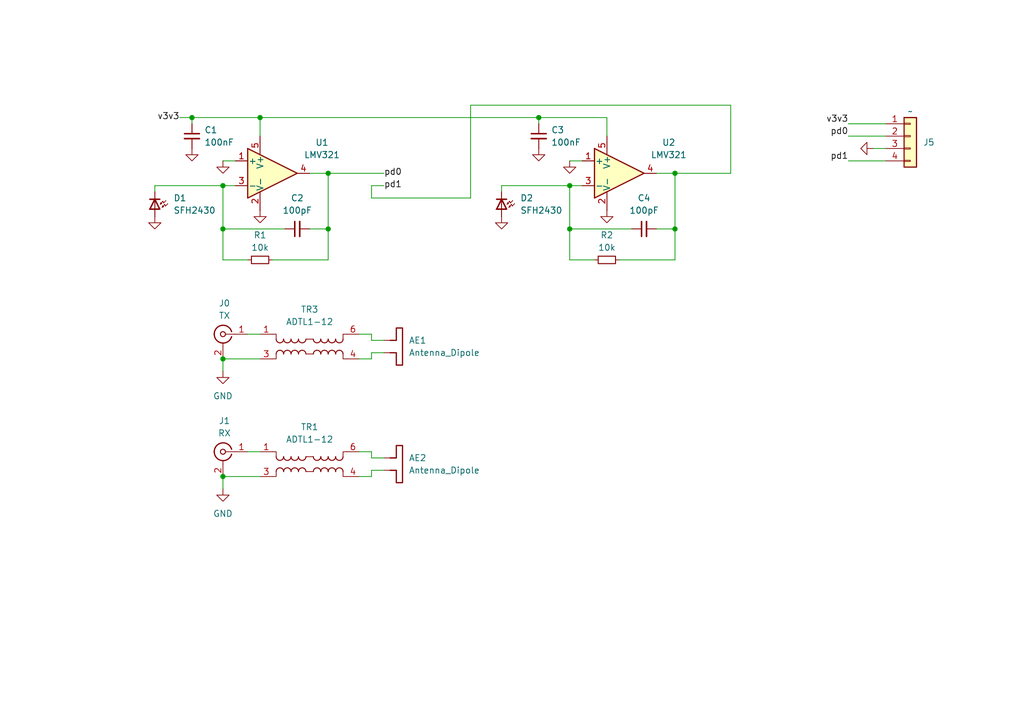
<source format=kicad_sch>
(kicad_sch
	(version 20250114)
	(generator "eeschema")
	(generator_version "9.0")
	(uuid "4629d199-00a9-4bdc-86a9-582bd2edf282")
	(paper "A5")
	(lib_symbols
		(symbol "Connector:Conn_Coaxial"
			(pin_names
				(offset 1.016)
				(hide yes)
			)
			(exclude_from_sim no)
			(in_bom yes)
			(on_board yes)
			(property "Reference" "J"
				(at 0.254 3.048 0)
				(effects
					(font
						(size 1.27 1.27)
					)
				)
			)
			(property "Value" "Conn_Coaxial"
				(at 2.921 0 90)
				(effects
					(font
						(size 1.27 1.27)
					)
				)
			)
			(property "Footprint" ""
				(at 0 0 0)
				(effects
					(font
						(size 1.27 1.27)
					)
					(hide yes)
				)
			)
			(property "Datasheet" "~"
				(at 0 0 0)
				(effects
					(font
						(size 1.27 1.27)
					)
					(hide yes)
				)
			)
			(property "Description" "coaxial connector (BNC, SMA, SMB, SMC, Cinch/RCA, LEMO, ...)"
				(at 0 0 0)
				(effects
					(font
						(size 1.27 1.27)
					)
					(hide yes)
				)
			)
			(property "ki_keywords" "BNC SMA SMB SMC LEMO coaxial connector CINCH RCA MCX MMCX U.FL UMRF"
				(at 0 0 0)
				(effects
					(font
						(size 1.27 1.27)
					)
					(hide yes)
				)
			)
			(property "ki_fp_filters" "*BNC* *SMA* *SMB* *SMC* *Cinch* *LEMO* *UMRF* *MCX* *U.FL*"
				(at 0 0 0)
				(effects
					(font
						(size 1.27 1.27)
					)
					(hide yes)
				)
			)
			(symbol "Conn_Coaxial_0_1"
				(polyline
					(pts
						(xy -2.54 0) (xy -0.508 0)
					)
					(stroke
						(width 0)
						(type default)
					)
					(fill
						(type none)
					)
				)
				(arc
					(start 1.778 0)
					(mid 0.222 -1.8079)
					(end -1.778 -0.508)
					(stroke
						(width 0.254)
						(type default)
					)
					(fill
						(type none)
					)
				)
				(arc
					(start -1.778 0.508)
					(mid 0.2221 1.8084)
					(end 1.778 0)
					(stroke
						(width 0.254)
						(type default)
					)
					(fill
						(type none)
					)
				)
				(circle
					(center 0 0)
					(radius 0.508)
					(stroke
						(width 0.2032)
						(type default)
					)
					(fill
						(type none)
					)
				)
				(polyline
					(pts
						(xy 0 -2.54) (xy 0 -1.778)
					)
					(stroke
						(width 0)
						(type default)
					)
					(fill
						(type none)
					)
				)
			)
			(symbol "Conn_Coaxial_1_1"
				(pin passive line
					(at -5.08 0 0)
					(length 2.54)
					(name "In"
						(effects
							(font
								(size 1.27 1.27)
							)
						)
					)
					(number "1"
						(effects
							(font
								(size 1.27 1.27)
							)
						)
					)
				)
				(pin passive line
					(at 0 -5.08 90)
					(length 2.54)
					(name "Ext"
						(effects
							(font
								(size 1.27 1.27)
							)
						)
					)
					(number "2"
						(effects
							(font
								(size 1.27 1.27)
							)
						)
					)
				)
			)
			(embedded_fonts no)
		)
		(symbol "Device:Antenna_Dipole"
			(pin_numbers
				(hide yes)
			)
			(pin_names
				(offset 1.016)
				(hide yes)
			)
			(exclude_from_sim no)
			(in_bom yes)
			(on_board yes)
			(property "Reference" "AE"
				(at 1.27 1.27 0)
				(effects
					(font
						(size 1.27 1.27)
					)
				)
			)
			(property "Value" "Antenna_Dipole"
				(at 1.27 0 0)
				(effects
					(font
						(size 1.27 1.27)
					)
				)
			)
			(property "Footprint" ""
				(at 0 0 0)
				(effects
					(font
						(size 1.27 1.27)
					)
					(hide yes)
				)
			)
			(property "Datasheet" "~"
				(at 0 0 0)
				(effects
					(font
						(size 1.27 1.27)
					)
					(hide yes)
				)
			)
			(property "Description" "Dipole antenna"
				(at 0 0 0)
				(effects
					(font
						(size 1.27 1.27)
					)
					(hide yes)
				)
			)
			(property "ki_keywords" "dipole antenna"
				(at 0 0 0)
				(effects
					(font
						(size 1.27 1.27)
					)
					(hide yes)
				)
			)
			(symbol "Antenna_Dipole_0_1"
				(polyline
					(pts
						(xy 2.54 -3.81) (xy 2.54 -2.54) (xy 5.08 -2.54) (xy 5.08 -1.27) (xy -2.54 -1.27) (xy -2.54 -2.54)
						(xy 0 -2.54) (xy 0 -3.81)
					)
					(stroke
						(width 0.254)
						(type default)
					)
					(fill
						(type none)
					)
				)
			)
			(symbol "Antenna_Dipole_1_1"
				(pin input line
					(at 0 -5.08 90)
					(length 2.54)
					(name "~"
						(effects
							(font
								(size 1.27 1.27)
							)
						)
					)
					(number "1"
						(effects
							(font
								(size 1.27 1.27)
							)
						)
					)
				)
				(pin input line
					(at 2.54 -5.08 90)
					(length 2.54)
					(name "~"
						(effects
							(font
								(size 1.27 1.27)
							)
						)
					)
					(number "2"
						(effects
							(font
								(size 1.27 1.27)
							)
						)
					)
				)
			)
			(embedded_fonts no)
		)
		(symbol "Transformer:ADTL1-12"
			(pin_names
				(hide yes)
			)
			(exclude_from_sim no)
			(in_bom yes)
			(on_board yes)
			(property "Reference" "TR"
				(at 0 3.81 0)
				(effects
					(font
						(size 1.27 1.27)
					)
				)
			)
			(property "Value" "ADTL1-12"
				(at 0 -3.81 0)
				(effects
					(font
						(size 1.27 1.27)
					)
				)
			)
			(property "Footprint" "RF_Mini-Circuits:Mini-Circuits_CD542_H2.84mm"
				(at 0 -6.35 0)
				(effects
					(font
						(size 1.27 1.27)
					)
					(hide yes)
				)
			)
			(property "Datasheet" "https://www.minicircuits.com/pdfs/ADTL1-12+.pdf"
				(at -3.81 0 90)
				(effects
					(font
						(size 1.27 1.27)
					)
					(hide yes)
				)
			)
			(property "Description" "20-1200MHz 1:1 RF Transformer, Balanced Transmission Line, CD542"
				(at 0 0 0)
				(effects
					(font
						(size 1.27 1.27)
					)
					(hide yes)
				)
			)
			(property "ki_keywords" "Mini-Circuits RF Transformer"
				(at 0 0 0)
				(effects
					(font
						(size 1.27 1.27)
					)
					(hide yes)
				)
			)
			(property "ki_fp_filters" "Mini?Circuits*CD542*"
				(at 0 0 0)
				(effects
					(font
						(size 1.27 1.27)
					)
					(hide yes)
				)
			)
			(symbol "ADTL1-12_0_1"
				(polyline
					(pts
						(xy -6.858 1.524) (xy -6.858 2.54) (xy -7.62 2.54)
					)
					(stroke
						(width 0)
						(type default)
					)
					(fill
						(type none)
					)
				)
				(polyline
					(pts
						(xy -6.858 -1.524) (xy -6.858 -2.54) (xy -7.62 -2.54)
					)
					(stroke
						(width 0)
						(type default)
					)
					(fill
						(type none)
					)
				)
				(arc
					(start -5.334 1.524)
					(mid -6.096 0.7653)
					(end -6.858 1.524)
					(stroke
						(width 0.2032)
						(type default)
					)
					(fill
						(type none)
					)
				)
				(arc
					(start -6.858 -1.524)
					(mid -6.096 -0.7653)
					(end -5.334 -1.524)
					(stroke
						(width 0.2032)
						(type default)
					)
					(fill
						(type none)
					)
				)
				(arc
					(start -3.81 1.524)
					(mid -4.572 0.7653)
					(end -5.334 1.524)
					(stroke
						(width 0.2032)
						(type default)
					)
					(fill
						(type none)
					)
				)
				(arc
					(start -5.334 -1.524)
					(mid -4.572 -0.7653)
					(end -3.81 -1.524)
					(stroke
						(width 0.2032)
						(type default)
					)
					(fill
						(type none)
					)
				)
				(arc
					(start -2.286 1.524)
					(mid -3.048 0.7653)
					(end -3.81 1.524)
					(stroke
						(width 0.2032)
						(type default)
					)
					(fill
						(type none)
					)
				)
				(arc
					(start -3.81 -1.524)
					(mid -3.048 -0.7653)
					(end -2.286 -1.524)
					(stroke
						(width 0.2032)
						(type default)
					)
					(fill
						(type none)
					)
				)
				(arc
					(start -0.762 1.524)
					(mid -1.524 0.7653)
					(end -2.286 1.524)
					(stroke
						(width 0.2032)
						(type default)
					)
					(fill
						(type none)
					)
				)
				(arc
					(start -2.286 -1.524)
					(mid -1.524 -0.7653)
					(end -0.762 -1.524)
					(stroke
						(width 0.2032)
						(type default)
					)
					(fill
						(type none)
					)
				)
				(polyline
					(pts
						(xy -0.762 1.524) (xy 0.762 1.524)
					)
					(stroke
						(width 0)
						(type default)
					)
					(fill
						(type none)
					)
				)
				(polyline
					(pts
						(xy -0.762 -1.524) (xy 0.762 -1.524)
					)
					(stroke
						(width 0)
						(type default)
					)
					(fill
						(type none)
					)
				)
				(arc
					(start 2.286 1.524)
					(mid 1.524 0.7653)
					(end 0.762 1.524)
					(stroke
						(width 0.2032)
						(type default)
					)
					(fill
						(type none)
					)
				)
				(arc
					(start 0.762 -1.524)
					(mid 1.524 -0.7653)
					(end 2.286 -1.524)
					(stroke
						(width 0.2032)
						(type default)
					)
					(fill
						(type none)
					)
				)
				(arc
					(start 3.81 1.524)
					(mid 3.048 0.7653)
					(end 2.286 1.524)
					(stroke
						(width 0.2032)
						(type default)
					)
					(fill
						(type none)
					)
				)
				(arc
					(start 2.286 -1.524)
					(mid 3.048 -0.7653)
					(end 3.81 -1.524)
					(stroke
						(width 0.2032)
						(type default)
					)
					(fill
						(type none)
					)
				)
				(arc
					(start 5.334 1.524)
					(mid 4.572 0.7653)
					(end 3.81 1.524)
					(stroke
						(width 0.2032)
						(type default)
					)
					(fill
						(type none)
					)
				)
				(arc
					(start 3.81 -1.524)
					(mid 4.572 -0.7653)
					(end 5.334 -1.524)
					(stroke
						(width 0.2032)
						(type default)
					)
					(fill
						(type none)
					)
				)
				(arc
					(start 6.858 1.524)
					(mid 6.096 0.7653)
					(end 5.334 1.524)
					(stroke
						(width 0.2032)
						(type default)
					)
					(fill
						(type none)
					)
				)
				(arc
					(start 5.334 -1.524)
					(mid 6.096 -0.7653)
					(end 6.858 -1.524)
					(stroke
						(width 0.2032)
						(type default)
					)
					(fill
						(type none)
					)
				)
				(polyline
					(pts
						(xy 6.858 1.524) (xy 6.858 2.54) (xy 7.62 2.54)
					)
					(stroke
						(width 0)
						(type default)
					)
					(fill
						(type none)
					)
				)
				(polyline
					(pts
						(xy 6.858 -1.524) (xy 6.858 -2.54) (xy 7.62 -2.54)
					)
					(stroke
						(width 0)
						(type default)
					)
					(fill
						(type none)
					)
				)
			)
			(symbol "ADTL1-12_1_1"
				(pin passive line
					(at -10.16 2.54 0)
					(length 2.54)
					(name "~"
						(effects
							(font
								(size 1.27 1.27)
							)
						)
					)
					(number "1"
						(effects
							(font
								(size 1.27 1.27)
							)
						)
					)
				)
				(pin passive line
					(at -10.16 -2.54 0)
					(length 2.54)
					(name "~"
						(effects
							(font
								(size 1.27 1.27)
							)
						)
					)
					(number "3"
						(effects
							(font
								(size 1.27 1.27)
							)
						)
					)
				)
				(pin passive line
					(at 10.16 2.54 180)
					(length 2.54)
					(name "~"
						(effects
							(font
								(size 1.27 1.27)
							)
						)
					)
					(number "6"
						(effects
							(font
								(size 1.27 1.27)
							)
						)
					)
				)
				(pin passive line
					(at 10.16 -2.54 180)
					(length 2.54)
					(name "~"
						(effects
							(font
								(size 1.27 1.27)
							)
						)
					)
					(number "4"
						(effects
							(font
								(size 1.27 1.27)
							)
						)
					)
				)
			)
			(embedded_fonts no)
		)
		(symbol "power:GND"
			(power)
			(pin_numbers
				(hide yes)
			)
			(pin_names
				(offset 0)
				(hide yes)
			)
			(exclude_from_sim no)
			(in_bom yes)
			(on_board yes)
			(property "Reference" "#PWR"
				(at 0 -6.35 0)
				(effects
					(font
						(size 1.27 1.27)
					)
					(hide yes)
				)
			)
			(property "Value" "GND"
				(at 0 -3.81 0)
				(effects
					(font
						(size 1.27 1.27)
					)
				)
			)
			(property "Footprint" ""
				(at 0 0 0)
				(effects
					(font
						(size 1.27 1.27)
					)
					(hide yes)
				)
			)
			(property "Datasheet" ""
				(at 0 0 0)
				(effects
					(font
						(size 1.27 1.27)
					)
					(hide yes)
				)
			)
			(property "Description" "Power symbol creates a global label with name \"GND\" , ground"
				(at 0 0 0)
				(effects
					(font
						(size 1.27 1.27)
					)
					(hide yes)
				)
			)
			(property "ki_keywords" "global power"
				(at 0 0 0)
				(effects
					(font
						(size 1.27 1.27)
					)
					(hide yes)
				)
			)
			(symbol "GND_0_1"
				(polyline
					(pts
						(xy 0 0) (xy 0 -1.27) (xy 1.27 -1.27) (xy 0 -2.54) (xy -1.27 -1.27) (xy 0 -1.27)
					)
					(stroke
						(width 0)
						(type default)
					)
					(fill
						(type none)
					)
				)
			)
			(symbol "GND_1_1"
				(pin power_in line
					(at 0 0 270)
					(length 0)
					(name "~"
						(effects
							(font
								(size 1.27 1.27)
							)
						)
					)
					(number "1"
						(effects
							(font
								(size 1.27 1.27)
							)
						)
					)
				)
			)
			(embedded_fonts no)
		)
		(symbol "yume:.c"
			(pin_numbers
				(hide yes)
			)
			(pin_names
				(offset 0.254)
				(hide yes)
			)
			(exclude_from_sim no)
			(in_bom yes)
			(on_board yes)
			(property "Reference" "C"
				(at 0.254 1.778 0)
				(effects
					(font
						(size 1.27 1.27)
					)
					(justify left)
				)
			)
			(property "Value" ".c"
				(at 0.254 -2.032 0)
				(effects
					(font
						(size 1.27 1.27)
					)
					(justify left)
				)
			)
			(property "Footprint" "yume:Yu-C-0402-mil"
				(at 0 0 0)
				(effects
					(font
						(size 1.27 1.27)
					)
					(hide yes)
				)
			)
			(property "Datasheet" "~"
				(at 0 0 0)
				(effects
					(font
						(size 1.27 1.27)
					)
					(hide yes)
				)
			)
			(property "Description" "Unpolarized capacitor, small symbol"
				(at 0 0 0)
				(effects
					(font
						(size 1.27 1.27)
					)
					(hide yes)
				)
			)
			(property "ki_keywords" "capacitor cap"
				(at 0 0 0)
				(effects
					(font
						(size 1.27 1.27)
					)
					(hide yes)
				)
			)
			(property "ki_fp_filters" "C_*"
				(at 0 0 0)
				(effects
					(font
						(size 1.27 1.27)
					)
					(hide yes)
				)
			)
			(symbol ".c_0_1"
				(polyline
					(pts
						(xy -1.524 0.508) (xy 1.524 0.508)
					)
					(stroke
						(width 0.3048)
						(type default)
					)
					(fill
						(type none)
					)
				)
				(polyline
					(pts
						(xy -1.524 -0.508) (xy 1.524 -0.508)
					)
					(stroke
						(width 0.3302)
						(type default)
					)
					(fill
						(type none)
					)
				)
			)
			(symbol ".c_1_1"
				(pin passive line
					(at 0 2.54 270)
					(length 2.032)
					(name "~"
						(effects
							(font
								(size 1.27 1.27)
							)
						)
					)
					(number "1"
						(effects
							(font
								(size 1.27 1.27)
							)
						)
					)
				)
				(pin passive line
					(at 0 -2.54 90)
					(length 2.032)
					(name "~"
						(effects
							(font
								(size 1.27 1.27)
							)
						)
					)
					(number "2"
						(effects
							(font
								(size 1.27 1.27)
							)
						)
					)
				)
			)
			(embedded_fonts no)
		)
		(symbol "yume:.d-photo"
			(pin_numbers
				(hide yes)
			)
			(pin_names
				(hide yes)
			)
			(exclude_from_sim no)
			(in_bom yes)
			(on_board yes)
			(property "Reference" "D"
				(at 0 10.16 0)
				(effects
					(font
						(size 1.27 1.27)
					)
				)
			)
			(property "Value" ".d-photo"
				(at 0 7.62 0)
				(effects
					(font
						(size 1.27 1.27)
					)
				)
			)
			(property "Footprint" "yume:Yu-D-PD-Osram-SFH2430"
				(at 0 5.08 0)
				(effects
					(font
						(size 1.27 1.27)
					)
					(hide yes)
				)
			)
			(property "Datasheet" ""
				(at 0 0 0)
				(effects
					(font
						(size 1.27 1.27)
					)
					(hide yes)
				)
			)
			(property "Description" "Photodiode"
				(at 0 0 0)
				(effects
					(font
						(size 1.27 1.27)
					)
					(hide yes)
				)
			)
			(property "ki_fp_filters" "D*SMA*"
				(at 0 0 0)
				(effects
					(font
						(size 1.27 1.27)
					)
					(hide yes)
				)
			)
			(symbol ".d-photo_0_1"
				(polyline
					(pts
						(xy -0.762 2.286) (xy -0.2414 1.7989) (xy -0.635 1.651) (xy 0 1.143)
					)
					(stroke
						(width 0)
						(type default)
					)
					(fill
						(type none)
					)
				)
				(polyline
					(pts
						(xy -0.127 2.667) (xy 0.3949 2.1785) (xy 0 2.032) (xy 0.635 1.524)
					)
					(stroke
						(width 0)
						(type default)
					)
					(fill
						(type none)
					)
				)
			)
			(symbol ".d-photo_1_1"
				(polyline
					(pts
						(xy -1.016 1.016) (xy -1.016 -1.016)
					)
					(stroke
						(width 0.3)
						(type default)
					)
					(fill
						(type none)
					)
				)
				(polyline
					(pts
						(xy 0 1.143) (xy -0.3216 1.212) (xy -0.1206 1.4291) (xy 0 1.143)
					)
					(stroke
						(width 0)
						(type default)
					)
					(fill
						(type outline)
					)
				)
				(polyline
					(pts
						(xy 0.635 1.524) (xy 0.3134 1.593) (xy 0.5144 1.8101) (xy 0.635 1.524)
					)
					(stroke
						(width 0)
						(type default)
					)
					(fill
						(type outline)
					)
				)
				(polyline
					(pts
						(xy 1.016 -1.016) (xy 1.016 1.016) (xy -1.016 0) (xy 1.016 -1.016)
					)
					(stroke
						(width 0.3)
						(type default)
					)
					(fill
						(type none)
					)
				)
				(pin passive line
					(at -2.54 0 0)
					(length 2.54)
					(name "K"
						(effects
							(font
								(size 1.27 1.27)
							)
						)
					)
					(number "1"
						(effects
							(font
								(size 1.27 1.27)
							)
						)
					)
				)
				(pin passive line
					(at 2.54 0 180)
					(length 2.54)
					(name "A"
						(effects
							(font
								(size 1.27 1.27)
							)
						)
					)
					(number "2"
						(effects
							(font
								(size 1.27 1.27)
							)
						)
					)
				)
			)
			(embedded_fonts no)
		)
		(symbol "yume:.r"
			(pin_numbers
				(hide yes)
			)
			(pin_names
				(offset 0.254)
				(hide yes)
			)
			(exclude_from_sim no)
			(in_bom yes)
			(on_board yes)
			(property "Reference" "R"
				(at 0.762 0.508 0)
				(effects
					(font
						(size 1.27 1.27)
					)
					(justify left)
				)
			)
			(property "Value" ".r"
				(at 0.762 -1.016 0)
				(effects
					(font
						(size 1.27 1.27)
					)
					(justify left)
				)
			)
			(property "Footprint" "yume:Yu-R-0402-mil"
				(at 0 0 0)
				(effects
					(font
						(size 1.27 1.27)
					)
					(hide yes)
				)
			)
			(property "Datasheet" "~"
				(at 0 0 0)
				(effects
					(font
						(size 1.27 1.27)
					)
					(hide yes)
				)
			)
			(property "Description" "Resistor, small symbol"
				(at 0 0 0)
				(effects
					(font
						(size 1.27 1.27)
					)
					(hide yes)
				)
			)
			(property "ki_keywords" "R resistor"
				(at 0 0 0)
				(effects
					(font
						(size 1.27 1.27)
					)
					(hide yes)
				)
			)
			(property "ki_fp_filters" "R_*"
				(at 0 0 0)
				(effects
					(font
						(size 1.27 1.27)
					)
					(hide yes)
				)
			)
			(symbol ".r_0_1"
				(rectangle
					(start -0.762 1.778)
					(end 0.762 -1.778)
					(stroke
						(width 0.2032)
						(type default)
					)
					(fill
						(type none)
					)
				)
			)
			(symbol ".r_1_1"
				(pin passive line
					(at 0 2.54 270)
					(length 0.762)
					(name "~"
						(effects
							(font
								(size 1.27 1.27)
							)
						)
					)
					(number "1"
						(effects
							(font
								(size 1.27 1.27)
							)
						)
					)
				)
				(pin passive line
					(at 0 -2.54 90)
					(length 0.762)
					(name "~"
						(effects
							(font
								(size 1.27 1.27)
							)
						)
					)
					(number "2"
						(effects
							(font
								(size 1.27 1.27)
							)
						)
					)
				)
			)
			(embedded_fonts no)
		)
		(symbol "yume:Conn_01x04"
			(pin_names
				(offset 1.016)
				(hide yes)
			)
			(exclude_from_sim no)
			(in_bom yes)
			(on_board yes)
			(property "Reference" "J"
				(at 1.27 1.27 0)
				(effects
					(font
						(size 1.27 1.27)
					)
				)
			)
			(property "Value" ""
				(at 3.81 0 0)
				(effects
					(font
						(size 1.27 1.27)
					)
					(justify left)
				)
			)
			(property "Footprint" ""
				(at 1.27 -11.43 0)
				(effects
					(font
						(size 1.27 1.27)
					)
					(hide yes)
				)
			)
			(property "Datasheet" "~"
				(at 0 2.54 0)
				(effects
					(font
						(size 1.27 1.27)
					)
					(hide yes)
				)
			)
			(property "Description" ""
				(at 1.27 -11.43 0)
				(effects
					(font
						(size 1.27 1.27)
					)
					(hide yes)
				)
			)
			(property "ki_keywords" "connector"
				(at 0 0 0)
				(effects
					(font
						(size 1.27 1.27)
					)
					(hide yes)
				)
			)
			(property "ki_fp_filters" "Connector*:*_1x??-1MP*"
				(at 0 0 0)
				(effects
					(font
						(size 1.27 1.27)
					)
					(hide yes)
				)
			)
			(symbol "Conn_01x04_1_1"
				(rectangle
					(start 0 0)
					(end 2.54 -10.16)
					(stroke
						(width 0.254)
						(type default)
					)
					(fill
						(type background)
					)
				)
				(rectangle
					(start 0 -1.143)
					(end 1.27 -1.397)
					(stroke
						(width 0.1524)
						(type default)
					)
					(fill
						(type none)
					)
				)
				(rectangle
					(start 0 -3.683)
					(end 1.27 -3.937)
					(stroke
						(width 0.1524)
						(type default)
					)
					(fill
						(type none)
					)
				)
				(rectangle
					(start 0 -6.223)
					(end 1.27 -6.477)
					(stroke
						(width 0.1524)
						(type default)
					)
					(fill
						(type none)
					)
				)
				(rectangle
					(start 0 -8.763)
					(end 1.27 -9.017)
					(stroke
						(width 0.1524)
						(type default)
					)
					(fill
						(type none)
					)
				)
				(pin passive line
					(at -3.81 -1.27 0)
					(length 3.81)
					(name "Pin_1"
						(effects
							(font
								(size 1.27 1.27)
							)
						)
					)
					(number "1"
						(effects
							(font
								(size 1.27 1.27)
							)
						)
					)
				)
				(pin passive line
					(at -3.81 -3.81 0)
					(length 3.81)
					(name "Pin_2"
						(effects
							(font
								(size 1.27 1.27)
							)
						)
					)
					(number "2"
						(effects
							(font
								(size 1.27 1.27)
							)
						)
					)
				)
				(pin passive line
					(at -3.81 -6.35 0)
					(length 3.81)
					(name "Pin_3"
						(effects
							(font
								(size 1.27 1.27)
							)
						)
					)
					(number "3"
						(effects
							(font
								(size 1.27 1.27)
							)
						)
					)
				)
				(pin passive line
					(at -3.81 -8.89 0)
					(length 3.81)
					(name "Pin_4"
						(effects
							(font
								(size 1.27 1.27)
							)
						)
					)
					(number "4"
						(effects
							(font
								(size 1.27 1.27)
							)
						)
					)
				)
			)
			(embedded_fonts no)
		)
		(symbol "yume:GND"
			(power)
			(pin_numbers
				(hide yes)
			)
			(pin_names
				(offset 0)
				(hide yes)
			)
			(exclude_from_sim no)
			(in_bom yes)
			(on_board yes)
			(property "Reference" "#PWR"
				(at 0 -6.35 0)
				(effects
					(font
						(size 1.27 1.27)
					)
					(hide yes)
				)
			)
			(property "Value" "GND"
				(at 0 -3.81 0)
				(effects
					(font
						(size 1.27 1.27)
					)
				)
			)
			(property "Footprint" ""
				(at 0 0 0)
				(effects
					(font
						(size 1.27 1.27)
					)
					(hide yes)
				)
			)
			(property "Datasheet" ""
				(at 0 0 0)
				(effects
					(font
						(size 1.27 1.27)
					)
					(hide yes)
				)
			)
			(property "Description" "Power symbol creates a global label with name \"GND\" , ground"
				(at 0 0 0)
				(effects
					(font
						(size 1.27 1.27)
					)
					(hide yes)
				)
			)
			(property "ki_keywords" "global power"
				(at 0 0 0)
				(effects
					(font
						(size 1.27 1.27)
					)
					(hide yes)
				)
			)
			(symbol "GND_0_1"
				(polyline
					(pts
						(xy 0 0) (xy 0 -1.27) (xy 1.27 -1.27) (xy 0 -2.54) (xy -1.27 -1.27) (xy 0 -1.27)
					)
					(stroke
						(width 0)
						(type default)
					)
					(fill
						(type none)
					)
				)
			)
			(symbol "GND_1_1"
				(pin power_in line
					(at 0 0 270)
					(length 0)
					(name "~"
						(effects
							(font
								(size 1.27 1.27)
							)
						)
					)
					(number "1"
						(effects
							(font
								(size 1.27 1.27)
							)
						)
					)
				)
			)
			(embedded_fonts no)
		)
		(symbol "yume:LMV321"
			(pin_names
				(offset 0.127)
			)
			(exclude_from_sim no)
			(in_bom yes)
			(on_board yes)
			(property "Reference" "U"
				(at 0 5.08 0)
				(effects
					(font
						(size 1.27 1.27)
					)
					(justify left)
				)
			)
			(property "Value" "LMV321"
				(at 0 -5.08 0)
				(effects
					(font
						(size 1.27 1.27)
					)
					(justify left)
				)
			)
			(property "Footprint" "yume:Yu-SOT-23-5"
				(at 0 0 0)
				(effects
					(font
						(size 1.27 1.27)
					)
					(justify left)
					(hide yes)
				)
			)
			(property "Datasheet" "http://www.ti.com/lit/ds/symlink/lmv324.pdf"
				(at 0 0 0)
				(effects
					(font
						(size 1.27 1.27)
					)
					(hide yes)
				)
			)
			(property "Description" "Opamp, 5V, RRO"
				(at 0 0 0)
				(effects
					(font
						(size 1.27 1.27)
					)
					(hide yes)
				)
			)
			(property "ki_keywords" "single opamp"
				(at 0 0 0)
				(effects
					(font
						(size 1.27 1.27)
					)
					(hide yes)
				)
			)
			(property "ki_fp_filters" "SOT?23* *SC*70*"
				(at 0 0 0)
				(effects
					(font
						(size 1.27 1.27)
					)
					(hide yes)
				)
			)
			(symbol "LMV321_0_1"
				(polyline
					(pts
						(xy -5.08 5.08) (xy 5.08 0) (xy -5.08 -5.08) (xy -5.08 5.08)
					)
					(stroke
						(width 0.254)
						(type default)
					)
					(fill
						(type background)
					)
				)
				(pin power_in line
					(at -2.54 7.62 270)
					(length 3.81)
					(name "V+"
						(effects
							(font
								(size 1.27 1.27)
							)
						)
					)
					(number "5"
						(effects
							(font
								(size 1.27 1.27)
							)
						)
					)
				)
				(pin power_in line
					(at -2.54 -7.62 90)
					(length 3.81)
					(name "V-"
						(effects
							(font
								(size 1.27 1.27)
							)
						)
					)
					(number "2"
						(effects
							(font
								(size 1.27 1.27)
							)
						)
					)
				)
			)
			(symbol "LMV321_1_1"
				(pin input line
					(at -7.62 2.54 0)
					(length 2.54)
					(name "+"
						(effects
							(font
								(size 1.27 1.27)
							)
						)
					)
					(number "1"
						(effects
							(font
								(size 1.27 1.27)
							)
						)
					)
				)
				(pin input line
					(at -7.62 -2.54 0)
					(length 2.54)
					(name "-"
						(effects
							(font
								(size 1.27 1.27)
							)
						)
					)
					(number "3"
						(effects
							(font
								(size 1.27 1.27)
							)
						)
					)
				)
				(pin output line
					(at 7.62 0 180)
					(length 2.54)
					(name "~"
						(effects
							(font
								(size 1.27 1.27)
							)
						)
					)
					(number "4"
						(effects
							(font
								(size 1.27 1.27)
							)
						)
					)
				)
			)
			(embedded_fonts no)
		)
	)
	(junction
		(at 110.49 24.13)
		(diameter 0)
		(color 0 0 0 0)
		(uuid "0865811b-2f89-4e8c-bc21-d576078a5829")
	)
	(junction
		(at 53.34 24.13)
		(diameter 0)
		(color 0 0 0 0)
		(uuid "3f9e0fff-f55b-472c-9846-aa51a05fea3e")
	)
	(junction
		(at 45.72 46.99)
		(diameter 0)
		(color 0 0 0 0)
		(uuid "562f76da-028d-4bb1-aa3d-321a90c0cf8a")
	)
	(junction
		(at 45.72 38.1)
		(diameter 0)
		(color 0 0 0 0)
		(uuid "74faf695-79ce-4d6c-a6e6-b8edee75d4d9")
	)
	(junction
		(at 67.31 35.56)
		(diameter 0)
		(color 0 0 0 0)
		(uuid "89400bb6-5a6e-4340-8423-baed9f0efdbc")
	)
	(junction
		(at 45.72 97.79)
		(diameter 0)
		(color 0 0 0 0)
		(uuid "9053e5cd-88c2-41e8-9f39-e2b82f51e1dd")
	)
	(junction
		(at 45.72 73.66)
		(diameter 0)
		(color 0 0 0 0)
		(uuid "93539f11-fa9e-4301-8cdd-ecca51f9219c")
	)
	(junction
		(at 138.43 46.99)
		(diameter 0)
		(color 0 0 0 0)
		(uuid "b5b45663-722b-42e1-bac5-2adef0866fd1")
	)
	(junction
		(at 116.84 46.99)
		(diameter 0)
		(color 0 0 0 0)
		(uuid "bcd8e8cb-def2-4f06-9837-daafaac17fa5")
	)
	(junction
		(at 39.37 24.13)
		(diameter 0)
		(color 0 0 0 0)
		(uuid "d5d62fe1-87ba-4e97-be21-3b7cff5a7d0e")
	)
	(junction
		(at 67.31 46.99)
		(diameter 0)
		(color 0 0 0 0)
		(uuid "dbd6058f-c13f-41d6-8ac8-42b2311bc5ab")
	)
	(junction
		(at 116.84 38.1)
		(diameter 0)
		(color 0 0 0 0)
		(uuid "e380b04d-b61c-4e6f-a9b5-eec9a07662d9")
	)
	(junction
		(at 138.43 35.56)
		(diameter 0)
		(color 0 0 0 0)
		(uuid "f6d90460-24bd-4c46-9685-6fa6da9f29cf")
	)
	(wire
		(pts
			(xy 76.2 69.85) (xy 78.74 69.85)
		)
		(stroke
			(width 0)
			(type default)
		)
		(uuid "0661e2dc-b3b5-4975-b59a-114328cccb20")
	)
	(wire
		(pts
			(xy 76.2 38.1) (xy 78.74 38.1)
		)
		(stroke
			(width 0)
			(type default)
		)
		(uuid "071ba7f3-c078-4dc7-bb70-b53f85d392b9")
	)
	(wire
		(pts
			(xy 45.72 33.02) (xy 48.26 33.02)
		)
		(stroke
			(width 0)
			(type default)
		)
		(uuid "097ffdd7-751e-4bdb-8edb-4a1ccabce19a")
	)
	(wire
		(pts
			(xy 39.37 25.4) (xy 39.37 24.13)
		)
		(stroke
			(width 0)
			(type default)
		)
		(uuid "0ea9b6cd-79b1-478e-ac6c-68df398448a4")
	)
	(wire
		(pts
			(xy 149.86 21.59) (xy 96.52 21.59)
		)
		(stroke
			(width 0)
			(type default)
		)
		(uuid "14401d2a-f023-4c27-b235-ddd466700241")
	)
	(wire
		(pts
			(xy 124.46 24.13) (xy 124.46 27.94)
		)
		(stroke
			(width 0)
			(type default)
		)
		(uuid "1b8926d0-00de-4fbf-862d-cecc858b4560")
	)
	(wire
		(pts
			(xy 39.37 24.13) (xy 53.34 24.13)
		)
		(stroke
			(width 0)
			(type default)
		)
		(uuid "24d7221d-a8c5-45df-af8b-95e644e6185a")
	)
	(wire
		(pts
			(xy 116.84 33.02) (xy 119.38 33.02)
		)
		(stroke
			(width 0)
			(type default)
		)
		(uuid "27e99aa5-4c03-4c07-9eb2-5dfa6817b77d")
	)
	(wire
		(pts
			(xy 96.52 40.64) (xy 76.2 40.64)
		)
		(stroke
			(width 0)
			(type default)
		)
		(uuid "281d9ee9-e848-4a8c-9b2f-98a96d8ed7a0")
	)
	(wire
		(pts
			(xy 76.2 72.39) (xy 78.74 72.39)
		)
		(stroke
			(width 0)
			(type default)
		)
		(uuid "2b031e96-c590-4fc4-bd05-756166ecaae4")
	)
	(wire
		(pts
			(xy 45.72 73.66) (xy 53.34 73.66)
		)
		(stroke
			(width 0)
			(type default)
		)
		(uuid "2c7d6323-d683-4fe3-bcdf-96838f826791")
	)
	(wire
		(pts
			(xy 76.2 96.52) (xy 78.74 96.52)
		)
		(stroke
			(width 0)
			(type default)
		)
		(uuid "2d7c57c6-d0ca-4717-ae87-22ab3e073de4")
	)
	(wire
		(pts
			(xy 138.43 46.99) (xy 138.43 53.34)
		)
		(stroke
			(width 0)
			(type default)
		)
		(uuid "329f5996-3736-4230-b4b4-a28d571d7aec")
	)
	(wire
		(pts
			(xy 31.75 38.1) (xy 31.75 39.37)
		)
		(stroke
			(width 0)
			(type default)
		)
		(uuid "38591697-921e-4392-9f2a-e3e6b3352b70")
	)
	(wire
		(pts
			(xy 53.34 24.13) (xy 110.49 24.13)
		)
		(stroke
			(width 0)
			(type default)
		)
		(uuid "39df3e45-06bb-4603-863c-3fd4949ab331")
	)
	(wire
		(pts
			(xy 179.07 30.48) (xy 181.61 30.48)
		)
		(stroke
			(width 0)
			(type default)
		)
		(uuid "3bbae678-8518-426d-94eb-4c7d61abecc9")
	)
	(wire
		(pts
			(xy 45.72 38.1) (xy 45.72 46.99)
		)
		(stroke
			(width 0)
			(type default)
		)
		(uuid "409eddc2-054b-4148-a80e-f7e73648eb8c")
	)
	(wire
		(pts
			(xy 110.49 25.4) (xy 110.49 24.13)
		)
		(stroke
			(width 0)
			(type default)
		)
		(uuid "4a141c8e-def6-44bc-bbf8-c765a1e06505")
	)
	(wire
		(pts
			(xy 116.84 46.99) (xy 116.84 53.34)
		)
		(stroke
			(width 0)
			(type default)
		)
		(uuid "4accaaa1-9034-4134-9179-67b36b5bf4bc")
	)
	(wire
		(pts
			(xy 50.8 92.71) (xy 53.34 92.71)
		)
		(stroke
			(width 0)
			(type default)
		)
		(uuid "4e9f7136-b252-43a3-b2b4-d4578f6d9bdf")
	)
	(wire
		(pts
			(xy 45.72 100.33) (xy 45.72 97.79)
		)
		(stroke
			(width 0)
			(type default)
		)
		(uuid "53bb5d6a-9fce-454d-8e35-9ef4a6648ca6")
	)
	(wire
		(pts
			(xy 73.66 97.79) (xy 76.2 97.79)
		)
		(stroke
			(width 0)
			(type default)
		)
		(uuid "5f192fda-af27-4ffa-84c7-5c88c4ff0344")
	)
	(wire
		(pts
			(xy 45.72 38.1) (xy 48.26 38.1)
		)
		(stroke
			(width 0)
			(type default)
		)
		(uuid "5fa71e56-42cd-4d1c-9dca-594d0ef5e8ee")
	)
	(wire
		(pts
			(xy 149.86 35.56) (xy 149.86 21.59)
		)
		(stroke
			(width 0)
			(type default)
		)
		(uuid "650c8bd6-e1ed-4fac-a1d3-45c8e7113ba2")
	)
	(wire
		(pts
			(xy 67.31 35.56) (xy 63.5 35.56)
		)
		(stroke
			(width 0)
			(type default)
		)
		(uuid "66235f2f-5977-4e9c-8a08-0f1ea0ad1686")
	)
	(wire
		(pts
			(xy 96.52 21.59) (xy 96.52 40.64)
		)
		(stroke
			(width 0)
			(type default)
		)
		(uuid "664b5101-6d30-4a68-a877-dc24943dfc97")
	)
	(wire
		(pts
			(xy 76.2 68.58) (xy 76.2 69.85)
		)
		(stroke
			(width 0)
			(type default)
		)
		(uuid "7468a7f0-76a4-468d-a996-8a819ef24339")
	)
	(wire
		(pts
			(xy 31.75 38.1) (xy 45.72 38.1)
		)
		(stroke
			(width 0)
			(type default)
		)
		(uuid "7a50863f-e3b0-46d7-ac84-efd2d93fd5fd")
	)
	(wire
		(pts
			(xy 76.2 40.64) (xy 76.2 38.1)
		)
		(stroke
			(width 0)
			(type default)
		)
		(uuid "8216a062-b280-424b-b4f1-956f8d643e8a")
	)
	(wire
		(pts
			(xy 45.72 97.79) (xy 53.34 97.79)
		)
		(stroke
			(width 0)
			(type default)
		)
		(uuid "87766b05-b024-44a7-9852-87237692ff76")
	)
	(wire
		(pts
			(xy 58.42 46.99) (xy 45.72 46.99)
		)
		(stroke
			(width 0)
			(type default)
		)
		(uuid "8822c1af-8794-4b72-8f82-892d275e402b")
	)
	(wire
		(pts
			(xy 73.66 68.58) (xy 76.2 68.58)
		)
		(stroke
			(width 0)
			(type default)
		)
		(uuid "8c5d3e1c-c229-4997-b594-800594ebda93")
	)
	(wire
		(pts
			(xy 36.83 24.13) (xy 39.37 24.13)
		)
		(stroke
			(width 0)
			(type default)
		)
		(uuid "8eccba4a-e845-48b2-a88a-8f8f191b28ab")
	)
	(wire
		(pts
			(xy 121.92 53.34) (xy 116.84 53.34)
		)
		(stroke
			(width 0)
			(type default)
		)
		(uuid "906186d8-767a-4951-a6d0-047c5ddf1986")
	)
	(wire
		(pts
			(xy 102.87 38.1) (xy 102.87 39.37)
		)
		(stroke
			(width 0)
			(type default)
		)
		(uuid "97582b2e-142a-4cd8-8142-0583721dbee4")
	)
	(wire
		(pts
			(xy 102.87 38.1) (xy 116.84 38.1)
		)
		(stroke
			(width 0)
			(type default)
		)
		(uuid "97dee304-3af6-4083-845c-df3680641281")
	)
	(wire
		(pts
			(xy 134.62 46.99) (xy 138.43 46.99)
		)
		(stroke
			(width 0)
			(type default)
		)
		(uuid "9bf71d65-4fd2-4e57-bfff-493d0fdc77e3")
	)
	(wire
		(pts
			(xy 73.66 73.66) (xy 76.2 73.66)
		)
		(stroke
			(width 0)
			(type default)
		)
		(uuid "9cf576cc-ffee-4728-8295-d1ab439b6f56")
	)
	(wire
		(pts
			(xy 67.31 46.99) (xy 67.31 53.34)
		)
		(stroke
			(width 0)
			(type default)
		)
		(uuid "9db601ba-4d2f-49c0-b6ee-07401bae9224")
	)
	(wire
		(pts
			(xy 53.34 24.13) (xy 53.34 27.94)
		)
		(stroke
			(width 0)
			(type default)
		)
		(uuid "a36bacab-b147-4102-92fe-5ef3e50cb8b4")
	)
	(wire
		(pts
			(xy 45.72 76.2) (xy 45.72 73.66)
		)
		(stroke
			(width 0)
			(type default)
		)
		(uuid "a5c86f19-83f1-4299-9744-47d1b6ffdf25")
	)
	(wire
		(pts
			(xy 50.8 68.58) (xy 53.34 68.58)
		)
		(stroke
			(width 0)
			(type default)
		)
		(uuid "a675b39c-c12f-46d9-b333-e38e14a1ef01")
	)
	(wire
		(pts
			(xy 138.43 35.56) (xy 134.62 35.56)
		)
		(stroke
			(width 0)
			(type default)
		)
		(uuid "a743ee71-65c2-4e88-a684-d8d3a9adf6f1")
	)
	(wire
		(pts
			(xy 138.43 35.56) (xy 138.43 46.99)
		)
		(stroke
			(width 0)
			(type default)
		)
		(uuid "a948654b-30e0-4463-b6d1-d9394d356520")
	)
	(wire
		(pts
			(xy 55.88 53.34) (xy 67.31 53.34)
		)
		(stroke
			(width 0)
			(type default)
		)
		(uuid "aaef4c98-a27b-402d-bd6c-c213c0c73813")
	)
	(wire
		(pts
			(xy 173.99 33.02) (xy 181.61 33.02)
		)
		(stroke
			(width 0)
			(type default)
		)
		(uuid "ad350e4b-878e-4d55-ac81-7606ffae9450")
	)
	(wire
		(pts
			(xy 173.99 27.94) (xy 181.61 27.94)
		)
		(stroke
			(width 0)
			(type default)
		)
		(uuid "ad4ebea4-1afb-451c-ace0-00f4fdc213da")
	)
	(wire
		(pts
			(xy 73.66 92.71) (xy 76.2 92.71)
		)
		(stroke
			(width 0)
			(type default)
		)
		(uuid "c5f65272-2042-4c81-b15b-b09fc9f02fb1")
	)
	(wire
		(pts
			(xy 76.2 97.79) (xy 76.2 96.52)
		)
		(stroke
			(width 0)
			(type default)
		)
		(uuid "c6d91c96-bd57-403c-ada8-d83fc1d7ab90")
	)
	(wire
		(pts
			(xy 67.31 35.56) (xy 67.31 46.99)
		)
		(stroke
			(width 0)
			(type default)
		)
		(uuid "ca68a3f2-0d78-4bb9-a4c8-a9000a37accd")
	)
	(wire
		(pts
			(xy 138.43 35.56) (xy 149.86 35.56)
		)
		(stroke
			(width 0)
			(type default)
		)
		(uuid "caf1f0b4-3e36-49db-874c-2e89f992f6c9")
	)
	(wire
		(pts
			(xy 45.72 46.99) (xy 45.72 53.34)
		)
		(stroke
			(width 0)
			(type default)
		)
		(uuid "cbab982e-ffdf-4bd6-95a0-19c64416cba1")
	)
	(wire
		(pts
			(xy 50.8 53.34) (xy 45.72 53.34)
		)
		(stroke
			(width 0)
			(type default)
		)
		(uuid "d199672f-0d8b-43fd-b9f2-b882c403f54e")
	)
	(wire
		(pts
			(xy 116.84 38.1) (xy 116.84 46.99)
		)
		(stroke
			(width 0)
			(type default)
		)
		(uuid "d3a00791-2cc0-42d5-8126-76177cbc4cbc")
	)
	(wire
		(pts
			(xy 110.49 24.13) (xy 124.46 24.13)
		)
		(stroke
			(width 0)
			(type default)
		)
		(uuid "d4251d6a-1260-4bab-81d0-f5ddff3f8202")
	)
	(wire
		(pts
			(xy 63.5 46.99) (xy 67.31 46.99)
		)
		(stroke
			(width 0)
			(type default)
		)
		(uuid "d7045da6-6b38-4112-86a2-39824dff2b6d")
	)
	(wire
		(pts
			(xy 116.84 38.1) (xy 119.38 38.1)
		)
		(stroke
			(width 0)
			(type default)
		)
		(uuid "d8436545-9739-4b76-82b1-2b1ba64df874")
	)
	(wire
		(pts
			(xy 173.99 25.4) (xy 181.61 25.4)
		)
		(stroke
			(width 0)
			(type default)
		)
		(uuid "e2cf3337-392a-49c0-b575-19155b211dac")
	)
	(wire
		(pts
			(xy 129.54 46.99) (xy 116.84 46.99)
		)
		(stroke
			(width 0)
			(type default)
		)
		(uuid "e43e1693-eadb-4f3f-a777-6a66270d91b8")
	)
	(wire
		(pts
			(xy 67.31 35.56) (xy 78.74 35.56)
		)
		(stroke
			(width 0)
			(type default)
		)
		(uuid "f5f019ae-ac49-4849-af2b-441f83a9b17f")
	)
	(wire
		(pts
			(xy 76.2 73.66) (xy 76.2 72.39)
		)
		(stroke
			(width 0)
			(type default)
		)
		(uuid "f646e8f7-20af-4dcf-ba0e-36882d51b373")
	)
	(wire
		(pts
			(xy 127 53.34) (xy 138.43 53.34)
		)
		(stroke
			(width 0)
			(type default)
		)
		(uuid "f74f56d6-fecb-4483-8181-1c6d0f3b2f15")
	)
	(wire
		(pts
			(xy 76.2 92.71) (xy 76.2 93.98)
		)
		(stroke
			(width 0)
			(type default)
		)
		(uuid "fcb56257-0f86-4181-8490-c1e817e39153")
	)
	(wire
		(pts
			(xy 76.2 93.98) (xy 78.74 93.98)
		)
		(stroke
			(width 0)
			(type default)
		)
		(uuid "fe9dd430-a6cf-45a7-b2f5-1bf99de8637d")
	)
	(label "pd0"
		(at 173.99 27.94 180)
		(effects
			(font
				(size 1.27 1.27)
			)
			(justify right bottom)
		)
		(uuid "113a434a-27e5-4dba-8cf9-6cf698e7172a")
	)
	(label "pd1"
		(at 173.99 33.02 180)
		(effects
			(font
				(size 1.27 1.27)
			)
			(justify right bottom)
		)
		(uuid "359c126c-09a3-47c4-a697-41ad26cfe67e")
	)
	(label "v3v3"
		(at 36.83 24.13 180)
		(effects
			(font
				(size 1.27 1.27)
			)
			(justify right)
		)
		(uuid "56153903-fa74-4bd1-9e81-3ea6c5785a1c")
	)
	(label "pd1"
		(at 78.74 38.1 0)
		(effects
			(font
				(size 1.27 1.27)
			)
			(justify left)
		)
		(uuid "625ebede-a3cb-4ffe-8d83-0bcc9fae36a4")
	)
	(label "pd0"
		(at 78.74 35.56 0)
		(effects
			(font
				(size 1.27 1.27)
			)
			(justify left)
		)
		(uuid "ae3e8b67-d9e1-45f2-92e8-f22b0edcd657")
	)
	(label "v3v3"
		(at 173.99 25.4 180)
		(effects
			(font
				(size 1.27 1.27)
			)
			(justify right bottom)
		)
		(uuid "b6d783e2-b93b-498d-9742-fac607c3c83f")
	)
	(symbol
		(lib_id "yume:.c")
		(at 60.96 46.99 90)
		(unit 1)
		(exclude_from_sim no)
		(in_bom yes)
		(on_board yes)
		(dnp no)
		(fields_autoplaced yes)
		(uuid "076c3c74-2fae-46fd-bea3-caf2f40849d6")
		(property "Reference" "C2"
			(at 60.9663 40.64 90)
			(effects
				(font
					(size 1.27 1.27)
				)
			)
		)
		(property "Value" "100pF"
			(at 60.9663 43.18 90)
			(effects
				(font
					(size 1.27 1.27)
				)
			)
		)
		(property "Footprint" "yume:Yu-C-0402-mil"
			(at 60.96 46.99 0)
			(effects
				(font
					(size 1.27 1.27)
				)
				(hide yes)
			)
		)
		(property "Datasheet" "~"
			(at 60.96 46.99 0)
			(effects
				(font
					(size 1.27 1.27)
				)
				(hide yes)
			)
		)
		(property "Description" "Unpolarized capacitor, small symbol"
			(at 60.96 46.99 0)
			(effects
				(font
					(size 1.27 1.27)
				)
				(hide yes)
			)
		)
		(pin "1"
			(uuid "c7a20d0a-7e1c-47e2-8aa7-991ff13e98b5")
		)
		(pin "2"
			(uuid "4accb6a0-2df5-4285-8f86-21efb125f6bb")
		)
		(instances
			(project "sss-ant"
				(path "/4629d199-00a9-4bdc-86a9-582bd2edf282"
					(reference "C2")
					(unit 1)
				)
			)
		)
	)
	(symbol
		(lib_id "Device:Antenna_Dipole")
		(at 83.82 69.85 270)
		(unit 1)
		(exclude_from_sim no)
		(in_bom yes)
		(on_board yes)
		(dnp no)
		(fields_autoplaced yes)
		(uuid "0fb79333-00e9-475a-942a-6ac66a634d11")
		(property "Reference" "AE1"
			(at 83.82 69.8499 90)
			(effects
				(font
					(size 1.27 1.27)
				)
				(justify left)
			)
		)
		(property "Value" "Antenna_Dipole"
			(at 83.82 72.3899 90)
			(effects
				(font
					(size 1.27 1.27)
				)
				(justify left)
			)
		)
		(property "Footprint" ""
			(at 83.82 69.85 0)
			(effects
				(font
					(size 1.27 1.27)
				)
				(hide yes)
			)
		)
		(property "Datasheet" "~"
			(at 83.82 69.85 0)
			(effects
				(font
					(size 1.27 1.27)
				)
				(hide yes)
			)
		)
		(property "Description" "Dipole antenna"
			(at 83.82 69.85 0)
			(effects
				(font
					(size 1.27 1.27)
				)
				(hide yes)
			)
		)
		(pin "1"
			(uuid "e9abac28-ef6f-4f15-8fc9-d649b06e09c4")
		)
		(pin "2"
			(uuid "e3c4ba64-0e8f-4571-8999-c8108968daa3")
		)
		(instances
			(project ""
				(path "/4629d199-00a9-4bdc-86a9-582bd2edf282"
					(reference "AE1")
					(unit 1)
				)
			)
		)
	)
	(symbol
		(lib_id "yume:.r")
		(at 53.34 53.34 90)
		(unit 1)
		(exclude_from_sim no)
		(in_bom yes)
		(on_board yes)
		(dnp no)
		(fields_autoplaced yes)
		(uuid "1d2815a7-492a-4f0d-a6b8-be54ed06318e")
		(property "Reference" "R1"
			(at 53.34 48.26 90)
			(effects
				(font
					(size 1.27 1.27)
				)
			)
		)
		(property "Value" "10k"
			(at 53.34 50.8 90)
			(effects
				(font
					(size 1.27 1.27)
				)
			)
		)
		(property "Footprint" "yume:Yu-R-0402-mil"
			(at 53.34 53.34 0)
			(effects
				(font
					(size 1.27 1.27)
				)
				(hide yes)
			)
		)
		(property "Datasheet" "~"
			(at 53.34 53.34 0)
			(effects
				(font
					(size 1.27 1.27)
				)
				(hide yes)
			)
		)
		(property "Description" "Resistor, small symbol"
			(at 53.34 53.34 0)
			(effects
				(font
					(size 1.27 1.27)
				)
				(hide yes)
			)
		)
		(pin "1"
			(uuid "b5353992-11e9-4a05-9341-843d9ea78db8")
		)
		(pin "2"
			(uuid "e5856ea5-5ff7-4e23-9602-0a44e729d936")
		)
		(instances
			(project "sss-ant"
				(path "/4629d199-00a9-4bdc-86a9-582bd2edf282"
					(reference "R1")
					(unit 1)
				)
			)
		)
	)
	(symbol
		(lib_id "yume:GND")
		(at 179.07 30.48 270)
		(unit 1)
		(exclude_from_sim no)
		(in_bom yes)
		(on_board yes)
		(dnp no)
		(fields_autoplaced yes)
		(uuid "2b776a9b-2807-49bd-89e0-bb6c06149dca")
		(property "Reference" "#PWR013"
			(at 172.72 30.48 0)
			(effects
				(font
					(size 1.27 1.27)
				)
				(hide yes)
			)
		)
		(property "Value" "GND"
			(at 173.99 30.48 0)
			(effects
				(font
					(size 1.27 1.27)
				)
				(hide yes)
			)
		)
		(property "Footprint" ""
			(at 179.07 30.48 0)
			(effects
				(font
					(size 1.27 1.27)
				)
				(hide yes)
			)
		)
		(property "Datasheet" ""
			(at 179.07 30.48 0)
			(effects
				(font
					(size 1.27 1.27)
				)
				(hide yes)
			)
		)
		(property "Description" "Power symbol creates a global label with name \"GND\" , ground"
			(at 179.07 30.48 0)
			(effects
				(font
					(size 1.27 1.27)
				)
				(hide yes)
			)
		)
		(pin "1"
			(uuid "d9b7230e-4c78-4463-8845-a27982e24a21")
		)
		(instances
			(project "sss-ant"
				(path "/4629d199-00a9-4bdc-86a9-582bd2edf282"
					(reference "#PWR013")
					(unit 1)
				)
			)
		)
	)
	(symbol
		(lib_id "Connector:Conn_Coaxial")
		(at 45.72 68.58 0)
		(mirror y)
		(unit 1)
		(exclude_from_sim no)
		(in_bom yes)
		(on_board yes)
		(dnp no)
		(fields_autoplaced yes)
		(uuid "31d922c5-af0d-47ce-a69d-56d93678d6aa")
		(property "Reference" "J0"
			(at 46.0374 62.23 0)
			(effects
				(font
					(size 1.27 1.27)
				)
			)
		)
		(property "Value" "TX"
			(at 46.0374 64.77 0)
			(effects
				(font
					(size 1.27 1.27)
				)
			)
		)
		(property "Footprint" "yume:Yu-MMCX-EM"
			(at 45.72 68.58 0)
			(effects
				(font
					(size 1.27 1.27)
				)
				(hide yes)
			)
		)
		(property "Datasheet" "~"
			(at 45.72 68.58 0)
			(effects
				(font
					(size 1.27 1.27)
				)
				(hide yes)
			)
		)
		(property "Description" "coaxial connector (BNC, SMA, SMB, SMC, Cinch/RCA, LEMO, ...)"
			(at 45.72 68.58 0)
			(effects
				(font
					(size 1.27 1.27)
				)
				(hide yes)
			)
		)
		(pin "2"
			(uuid "f2c0afdb-eb57-4dbb-b891-5d3f1388c046")
		)
		(pin "1"
			(uuid "04f052b2-0245-4d54-8579-939f93a1fe44")
		)
		(instances
			(project ""
				(path "/4629d199-00a9-4bdc-86a9-582bd2edf282"
					(reference "J0")
					(unit 1)
				)
			)
		)
	)
	(symbol
		(lib_id "yume:LMV321")
		(at 55.88 35.56 0)
		(unit 1)
		(exclude_from_sim no)
		(in_bom yes)
		(on_board yes)
		(dnp no)
		(fields_autoplaced yes)
		(uuid "36379589-87bd-4787-81a6-9ac721095294")
		(property "Reference" "U1"
			(at 66.04 29.2414 0)
			(effects
				(font
					(size 1.27 1.27)
				)
			)
		)
		(property "Value" "LMV321"
			(at 66.04 31.7814 0)
			(effects
				(font
					(size 1.27 1.27)
				)
			)
		)
		(property "Footprint" "yume:Yu-SOT-23-5"
			(at 55.88 35.56 0)
			(effects
				(font
					(size 1.27 1.27)
				)
				(justify left)
				(hide yes)
			)
		)
		(property "Datasheet" "http://www.ti.com/lit/ds/symlink/lmv324.pdf"
			(at 55.88 35.56 0)
			(effects
				(font
					(size 1.27 1.27)
				)
				(hide yes)
			)
		)
		(property "Description" "Opamp, 5V, RRO"
			(at 55.88 35.56 0)
			(effects
				(font
					(size 1.27 1.27)
				)
				(hide yes)
			)
		)
		(pin "2"
			(uuid "8cd7781a-f12a-4ad5-b58c-8409e735980b")
		)
		(pin "3"
			(uuid "452ae9d2-265e-4846-9fc4-515e3b432957")
		)
		(pin "5"
			(uuid "2648773f-99e5-4bdd-81ee-cc955fea0069")
		)
		(pin "4"
			(uuid "29ec43ba-a7ab-40d2-a745-fa68d001eb64")
		)
		(pin "1"
			(uuid "c89fbd3f-98af-4798-aea7-b655010ac200")
		)
		(instances
			(project "sss-ant"
				(path "/4629d199-00a9-4bdc-86a9-582bd2edf282"
					(reference "U1")
					(unit 1)
				)
			)
		)
	)
	(symbol
		(lib_id "power:GND")
		(at 45.72 76.2 0)
		(unit 1)
		(exclude_from_sim no)
		(in_bom yes)
		(on_board yes)
		(dnp no)
		(fields_autoplaced yes)
		(uuid "4091d9f5-e319-4b79-b539-31eb780f198e")
		(property "Reference" "#PWR04"
			(at 45.72 82.55 0)
			(effects
				(font
					(size 1.27 1.27)
				)
				(hide yes)
			)
		)
		(property "Value" "GND"
			(at 45.72 81.28 0)
			(effects
				(font
					(size 1.27 1.27)
				)
			)
		)
		(property "Footprint" ""
			(at 45.72 76.2 0)
			(effects
				(font
					(size 1.27 1.27)
				)
				(hide yes)
			)
		)
		(property "Datasheet" ""
			(at 45.72 76.2 0)
			(effects
				(font
					(size 1.27 1.27)
				)
				(hide yes)
			)
		)
		(property "Description" "Power symbol creates a global label with name \"GND\" , ground"
			(at 45.72 76.2 0)
			(effects
				(font
					(size 1.27 1.27)
				)
				(hide yes)
			)
		)
		(pin "1"
			(uuid "505e02be-fd97-477a-a1ee-0af308e87335")
		)
		(instances
			(project "sss-ant"
				(path "/4629d199-00a9-4bdc-86a9-582bd2edf282"
					(reference "#PWR04")
					(unit 1)
				)
			)
		)
	)
	(symbol
		(lib_id "yume:.c")
		(at 132.08 46.99 90)
		(unit 1)
		(exclude_from_sim no)
		(in_bom yes)
		(on_board yes)
		(dnp no)
		(fields_autoplaced yes)
		(uuid "4993dba5-75b4-4409-b4f7-e05271aca7f1")
		(property "Reference" "C4"
			(at 132.0863 40.64 90)
			(effects
				(font
					(size 1.27 1.27)
				)
			)
		)
		(property "Value" "100pF"
			(at 132.0863 43.18 90)
			(effects
				(font
					(size 1.27 1.27)
				)
			)
		)
		(property "Footprint" "yume:Yu-C-0402-mil"
			(at 132.08 46.99 0)
			(effects
				(font
					(size 1.27 1.27)
				)
				(hide yes)
			)
		)
		(property "Datasheet" "~"
			(at 132.08 46.99 0)
			(effects
				(font
					(size 1.27 1.27)
				)
				(hide yes)
			)
		)
		(property "Description" "Unpolarized capacitor, small symbol"
			(at 132.08 46.99 0)
			(effects
				(font
					(size 1.27 1.27)
				)
				(hide yes)
			)
		)
		(pin "1"
			(uuid "780ff45d-591c-4924-b7ec-d59d290284af")
		)
		(pin "2"
			(uuid "4a51c7b6-c1f2-49f8-b81f-fcfecd569b41")
		)
		(instances
			(project "sss-ant"
				(path "/4629d199-00a9-4bdc-86a9-582bd2edf282"
					(reference "C4")
					(unit 1)
				)
			)
		)
	)
	(symbol
		(lib_id "power:GND")
		(at 102.87 44.45 0)
		(mirror y)
		(unit 1)
		(exclude_from_sim no)
		(in_bom yes)
		(on_board yes)
		(dnp no)
		(fields_autoplaced yes)
		(uuid "56327524-bf74-49ba-87eb-264041e681bb")
		(property "Reference" "#PWR09"
			(at 102.87 50.8 0)
			(effects
				(font
					(size 1.27 1.27)
				)
				(hide yes)
			)
		)
		(property "Value" "GND"
			(at 102.87 49.53 0)
			(effects
				(font
					(size 1.27 1.27)
				)
				(hide yes)
			)
		)
		(property "Footprint" ""
			(at 102.87 44.45 0)
			(effects
				(font
					(size 1.27 1.27)
				)
				(hide yes)
			)
		)
		(property "Datasheet" ""
			(at 102.87 44.45 0)
			(effects
				(font
					(size 1.27 1.27)
				)
				(hide yes)
			)
		)
		(property "Description" ""
			(at 102.87 44.45 0)
			(effects
				(font
					(size 1.27 1.27)
				)
				(hide yes)
			)
		)
		(pin "1"
			(uuid "4e29dfa3-3afb-455d-8043-bd9ce9fd84ec")
		)
		(instances
			(project "sss-ant"
				(path "/4629d199-00a9-4bdc-86a9-582bd2edf282"
					(reference "#PWR09")
					(unit 1)
				)
			)
		)
	)
	(symbol
		(lib_id "power:GND")
		(at 39.37 30.48 0)
		(mirror y)
		(unit 1)
		(exclude_from_sim no)
		(in_bom yes)
		(on_board yes)
		(dnp no)
		(fields_autoplaced yes)
		(uuid "59d66e0e-3b7a-450e-8a24-86a938e431f9")
		(property "Reference" "#PWR06"
			(at 39.37 36.83 0)
			(effects
				(font
					(size 1.27 1.27)
				)
				(hide yes)
			)
		)
		(property "Value" "GND"
			(at 39.37 35.56 0)
			(effects
				(font
					(size 1.27 1.27)
				)
				(hide yes)
			)
		)
		(property "Footprint" ""
			(at 39.37 30.48 0)
			(effects
				(font
					(size 1.27 1.27)
				)
				(hide yes)
			)
		)
		(property "Datasheet" ""
			(at 39.37 30.48 0)
			(effects
				(font
					(size 1.27 1.27)
				)
				(hide yes)
			)
		)
		(property "Description" ""
			(at 39.37 30.48 0)
			(effects
				(font
					(size 1.27 1.27)
				)
				(hide yes)
			)
		)
		(pin "1"
			(uuid "cc35febb-5114-40f4-8a24-bbcdf51d467d")
		)
		(instances
			(project "sss-ant"
				(path "/4629d199-00a9-4bdc-86a9-582bd2edf282"
					(reference "#PWR06")
					(unit 1)
				)
			)
		)
	)
	(symbol
		(lib_id "yume:.c")
		(at 110.49 27.94 0)
		(unit 1)
		(exclude_from_sim no)
		(in_bom yes)
		(on_board yes)
		(dnp no)
		(fields_autoplaced yes)
		(uuid "64064645-60de-4f7a-8919-6d1f08bfcf82")
		(property "Reference" "C3"
			(at 113.03 26.6762 0)
			(effects
				(font
					(size 1.27 1.27)
				)
				(justify left)
			)
		)
		(property "Value" "100nF"
			(at 113.03 29.2162 0)
			(effects
				(font
					(size 1.27 1.27)
				)
				(justify left)
			)
		)
		(property "Footprint" "yume:Yu-C-0402-mil"
			(at 110.49 27.94 0)
			(effects
				(font
					(size 1.27 1.27)
				)
				(hide yes)
			)
		)
		(property "Datasheet" "~"
			(at 110.49 27.94 0)
			(effects
				(font
					(size 1.27 1.27)
				)
				(hide yes)
			)
		)
		(property "Description" "Unpolarized capacitor, small symbol"
			(at 110.49 27.94 0)
			(effects
				(font
					(size 1.27 1.27)
				)
				(hide yes)
			)
		)
		(pin "1"
			(uuid "aa638a48-d7ad-4f73-929d-5b7c26d7d8c6")
		)
		(pin "2"
			(uuid "c38e7260-137e-4e56-89c0-49d75ff7fbc8")
		)
		(instances
			(project "sss-ant"
				(path "/4629d199-00a9-4bdc-86a9-582bd2edf282"
					(reference "C3")
					(unit 1)
				)
			)
		)
	)
	(symbol
		(lib_id "power:GND")
		(at 110.49 30.48 0)
		(mirror y)
		(unit 1)
		(exclude_from_sim no)
		(in_bom yes)
		(on_board yes)
		(dnp no)
		(fields_autoplaced yes)
		(uuid "6e5fd626-a39a-4d24-9bdd-930a3124080c")
		(property "Reference" "#PWR010"
			(at 110.49 36.83 0)
			(effects
				(font
					(size 1.27 1.27)
				)
				(hide yes)
			)
		)
		(property "Value" "GND"
			(at 110.49 35.56 0)
			(effects
				(font
					(size 1.27 1.27)
				)
				(hide yes)
			)
		)
		(property "Footprint" ""
			(at 110.49 30.48 0)
			(effects
				(font
					(size 1.27 1.27)
				)
				(hide yes)
			)
		)
		(property "Datasheet" ""
			(at 110.49 30.48 0)
			(effects
				(font
					(size 1.27 1.27)
				)
				(hide yes)
			)
		)
		(property "Description" ""
			(at 110.49 30.48 0)
			(effects
				(font
					(size 1.27 1.27)
				)
				(hide yes)
			)
		)
		(pin "1"
			(uuid "5ff972b0-5581-4a68-852c-a1922b859c03")
		)
		(instances
			(project "sss-ant"
				(path "/4629d199-00a9-4bdc-86a9-582bd2edf282"
					(reference "#PWR010")
					(unit 1)
				)
			)
		)
	)
	(symbol
		(lib_id "power:GND")
		(at 31.75 44.45 0)
		(mirror y)
		(unit 1)
		(exclude_from_sim no)
		(in_bom yes)
		(on_board yes)
		(dnp no)
		(fields_autoplaced yes)
		(uuid "6f52706e-3dea-4546-b1fe-165a0d57d9be")
		(property "Reference" "#PWR05"
			(at 31.75 50.8 0)
			(effects
				(font
					(size 1.27 1.27)
				)
				(hide yes)
			)
		)
		(property "Value" "GND"
			(at 31.75 49.53 0)
			(effects
				(font
					(size 1.27 1.27)
				)
				(hide yes)
			)
		)
		(property "Footprint" ""
			(at 31.75 44.45 0)
			(effects
				(font
					(size 1.27 1.27)
				)
				(hide yes)
			)
		)
		(property "Datasheet" ""
			(at 31.75 44.45 0)
			(effects
				(font
					(size 1.27 1.27)
				)
				(hide yes)
			)
		)
		(property "Description" ""
			(at 31.75 44.45 0)
			(effects
				(font
					(size 1.27 1.27)
				)
				(hide yes)
			)
		)
		(pin "1"
			(uuid "21c81032-4385-4f0e-8ed4-d5c0a8646a19")
		)
		(instances
			(project "sss-ant"
				(path "/4629d199-00a9-4bdc-86a9-582bd2edf282"
					(reference "#PWR05")
					(unit 1)
				)
			)
		)
	)
	(symbol
		(lib_id "Device:Antenna_Dipole")
		(at 83.82 93.98 270)
		(unit 1)
		(exclude_from_sim no)
		(in_bom yes)
		(on_board yes)
		(dnp no)
		(fields_autoplaced yes)
		(uuid "72f34a11-bba4-430c-9c2f-7dfb73db0192")
		(property "Reference" "AE2"
			(at 83.82 93.9799 90)
			(effects
				(font
					(size 1.27 1.27)
				)
				(justify left)
			)
		)
		(property "Value" "Antenna_Dipole"
			(at 83.82 96.5199 90)
			(effects
				(font
					(size 1.27 1.27)
				)
				(justify left)
			)
		)
		(property "Footprint" ""
			(at 83.82 93.98 0)
			(effects
				(font
					(size 1.27 1.27)
				)
				(hide yes)
			)
		)
		(property "Datasheet" "~"
			(at 83.82 93.98 0)
			(effects
				(font
					(size 1.27 1.27)
				)
				(hide yes)
			)
		)
		(property "Description" "Dipole antenna"
			(at 83.82 93.98 0)
			(effects
				(font
					(size 1.27 1.27)
				)
				(hide yes)
			)
		)
		(pin "1"
			(uuid "30b5253e-5db6-4c62-b386-ed0683768bfb")
		)
		(pin "2"
			(uuid "a4544cc2-8132-4013-8f13-aec83c76d742")
		)
		(instances
			(project "sss-ant"
				(path "/4629d199-00a9-4bdc-86a9-582bd2edf282"
					(reference "AE2")
					(unit 1)
				)
			)
		)
	)
	(symbol
		(lib_id "yume:.d-photo")
		(at 31.75 41.91 270)
		(unit 1)
		(exclude_from_sim no)
		(in_bom yes)
		(on_board yes)
		(dnp no)
		(fields_autoplaced yes)
		(uuid "7e48f6f7-560c-478d-861f-a829a693853c")
		(property "Reference" "D1"
			(at 35.56 40.6399 90)
			(effects
				(font
					(size 1.27 1.27)
				)
				(justify left)
			)
		)
		(property "Value" "SFH2430"
			(at 35.56 43.1799 90)
			(effects
				(font
					(size 1.27 1.27)
				)
				(justify left)
			)
		)
		(property "Footprint" "yume:Yu-D-PD-Osram-SFH2430"
			(at 36.83 41.91 0)
			(effects
				(font
					(size 1.27 1.27)
				)
				(hide yes)
			)
		)
		(property "Datasheet" ""
			(at 31.75 41.91 0)
			(effects
				(font
					(size 1.27 1.27)
				)
				(hide yes)
			)
		)
		(property "Description" "Photodiode"
			(at 31.75 41.91 0)
			(effects
				(font
					(size 1.27 1.27)
				)
				(hide yes)
			)
		)
		(pin "1"
			(uuid "7c8d0cef-f722-4be4-b39e-513c9b71e9c9")
		)
		(pin "2"
			(uuid "d981992f-cab9-4147-b9f5-a1e4fa314f7c")
		)
		(instances
			(project "sss-ant"
				(path "/4629d199-00a9-4bdc-86a9-582bd2edf282"
					(reference "D1")
					(unit 1)
				)
			)
		)
	)
	(symbol
		(lib_id "yume:LMV321")
		(at 127 35.56 0)
		(unit 1)
		(exclude_from_sim no)
		(in_bom yes)
		(on_board yes)
		(dnp no)
		(fields_autoplaced yes)
		(uuid "882c9c41-60d7-4cb7-a341-535c787610c0")
		(property "Reference" "U2"
			(at 137.16 29.2414 0)
			(effects
				(font
					(size 1.27 1.27)
				)
			)
		)
		(property "Value" "LMV321"
			(at 137.16 31.7814 0)
			(effects
				(font
					(size 1.27 1.27)
				)
			)
		)
		(property "Footprint" "yume:Yu-SOT-23-5"
			(at 127 35.56 0)
			(effects
				(font
					(size 1.27 1.27)
				)
				(justify left)
				(hide yes)
			)
		)
		(property "Datasheet" "http://www.ti.com/lit/ds/symlink/lmv324.pdf"
			(at 127 35.56 0)
			(effects
				(font
					(size 1.27 1.27)
				)
				(hide yes)
			)
		)
		(property "Description" "Opamp, 5V, RRO"
			(at 127 35.56 0)
			(effects
				(font
					(size 1.27 1.27)
				)
				(hide yes)
			)
		)
		(pin "2"
			(uuid "7981c0ea-12c6-4c1d-bd95-2ecf7cf2037c")
		)
		(pin "3"
			(uuid "0a632925-bb0a-4adf-b261-00c27803eb19")
		)
		(pin "5"
			(uuid "372c30f7-56b3-48b9-9a9e-3c12a5836f6c")
		)
		(pin "4"
			(uuid "a583d244-5259-433a-8b9d-f6789ecf02f0")
		)
		(pin "1"
			(uuid "80571491-99bf-4481-a91a-bf48a7840ebc")
		)
		(instances
			(project "sss-ant"
				(path "/4629d199-00a9-4bdc-86a9-582bd2edf282"
					(reference "U2")
					(unit 1)
				)
			)
		)
	)
	(symbol
		(lib_id "power:GND")
		(at 124.46 43.18 0)
		(mirror y)
		(unit 1)
		(exclude_from_sim no)
		(in_bom yes)
		(on_board yes)
		(dnp no)
		(fields_autoplaced yes)
		(uuid "92d494d6-89db-4167-ba03-ee7d0496068b")
		(property "Reference" "#PWR012"
			(at 124.46 49.53 0)
			(effects
				(font
					(size 1.27 1.27)
				)
				(hide yes)
			)
		)
		(property "Value" "GND"
			(at 124.46 48.26 0)
			(effects
				(font
					(size 1.27 1.27)
				)
				(hide yes)
			)
		)
		(property "Footprint" ""
			(at 124.46 43.18 0)
			(effects
				(font
					(size 1.27 1.27)
				)
				(hide yes)
			)
		)
		(property "Datasheet" ""
			(at 124.46 43.18 0)
			(effects
				(font
					(size 1.27 1.27)
				)
				(hide yes)
			)
		)
		(property "Description" ""
			(at 124.46 43.18 0)
			(effects
				(font
					(size 1.27 1.27)
				)
				(hide yes)
			)
		)
		(pin "1"
			(uuid "f15002e3-171d-4af2-9860-4af4a38dd517")
		)
		(instances
			(project "sss-ant"
				(path "/4629d199-00a9-4bdc-86a9-582bd2edf282"
					(reference "#PWR012")
					(unit 1)
				)
			)
		)
	)
	(symbol
		(lib_id "power:GND")
		(at 45.72 33.02 0)
		(mirror y)
		(unit 1)
		(exclude_from_sim no)
		(in_bom yes)
		(on_board yes)
		(dnp no)
		(fields_autoplaced yes)
		(uuid "9803d81b-1a15-41d2-83f0-ece61a1542c1")
		(property "Reference" "#PWR07"
			(at 45.72 39.37 0)
			(effects
				(font
					(size 1.27 1.27)
				)
				(hide yes)
			)
		)
		(property "Value" "GND"
			(at 45.72 38.1 0)
			(effects
				(font
					(size 1.27 1.27)
				)
				(hide yes)
			)
		)
		(property "Footprint" ""
			(at 45.72 33.02 0)
			(effects
				(font
					(size 1.27 1.27)
				)
				(hide yes)
			)
		)
		(property "Datasheet" ""
			(at 45.72 33.02 0)
			(effects
				(font
					(size 1.27 1.27)
				)
				(hide yes)
			)
		)
		(property "Description" ""
			(at 45.72 33.02 0)
			(effects
				(font
					(size 1.27 1.27)
				)
				(hide yes)
			)
		)
		(pin "1"
			(uuid "acb08e60-d11d-44d9-a4e8-7af0b268f656")
		)
		(instances
			(project "sss-ant"
				(path "/4629d199-00a9-4bdc-86a9-582bd2edf282"
					(reference "#PWR07")
					(unit 1)
				)
			)
		)
	)
	(symbol
		(lib_id "yume:.d-photo")
		(at 102.87 41.91 270)
		(unit 1)
		(exclude_from_sim no)
		(in_bom yes)
		(on_board yes)
		(dnp no)
		(fields_autoplaced yes)
		(uuid "9c5beffd-2673-48f6-8c9c-441b2a849eba")
		(property "Reference" "D2"
			(at 106.68 40.6399 90)
			(effects
				(font
					(size 1.27 1.27)
				)
				(justify left)
			)
		)
		(property "Value" "SFH2430"
			(at 106.68 43.1799 90)
			(effects
				(font
					(size 1.27 1.27)
				)
				(justify left)
			)
		)
		(property "Footprint" "yume:Yu-D-PD-Osram-SFH2430"
			(at 107.95 41.91 0)
			(effects
				(font
					(size 1.27 1.27)
				)
				(hide yes)
			)
		)
		(property "Datasheet" ""
			(at 102.87 41.91 0)
			(effects
				(font
					(size 1.27 1.27)
				)
				(hide yes)
			)
		)
		(property "Description" "Photodiode"
			(at 102.87 41.91 0)
			(effects
				(font
					(size 1.27 1.27)
				)
				(hide yes)
			)
		)
		(pin "1"
			(uuid "ad4e40ad-da7d-4113-95b2-31be32484aaf")
		)
		(pin "2"
			(uuid "da42684a-13eb-46ec-bf14-a8e4f2de9d93")
		)
		(instances
			(project "sss-ant"
				(path "/4629d199-00a9-4bdc-86a9-582bd2edf282"
					(reference "D2")
					(unit 1)
				)
			)
		)
	)
	(symbol
		(lib_id "power:GND")
		(at 53.34 43.18 0)
		(mirror y)
		(unit 1)
		(exclude_from_sim no)
		(in_bom yes)
		(on_board yes)
		(dnp no)
		(fields_autoplaced yes)
		(uuid "9ddaa06d-4851-4b46-8020-51cb6ee5ca15")
		(property "Reference" "#PWR08"
			(at 53.34 49.53 0)
			(effects
				(font
					(size 1.27 1.27)
				)
				(hide yes)
			)
		)
		(property "Value" "GND"
			(at 53.34 48.26 0)
			(effects
				(font
					(size 1.27 1.27)
				)
				(hide yes)
			)
		)
		(property "Footprint" ""
			(at 53.34 43.18 0)
			(effects
				(font
					(size 1.27 1.27)
				)
				(hide yes)
			)
		)
		(property "Datasheet" ""
			(at 53.34 43.18 0)
			(effects
				(font
					(size 1.27 1.27)
				)
				(hide yes)
			)
		)
		(property "Description" ""
			(at 53.34 43.18 0)
			(effects
				(font
					(size 1.27 1.27)
				)
				(hide yes)
			)
		)
		(pin "1"
			(uuid "098d6284-fc5d-4df7-bc97-70360cfb5f4b")
		)
		(instances
			(project "sss-ant"
				(path "/4629d199-00a9-4bdc-86a9-582bd2edf282"
					(reference "#PWR08")
					(unit 1)
				)
			)
		)
	)
	(symbol
		(lib_id "yume:.c")
		(at 39.37 27.94 0)
		(unit 1)
		(exclude_from_sim no)
		(in_bom yes)
		(on_board yes)
		(dnp no)
		(fields_autoplaced yes)
		(uuid "9e315824-449b-461b-baff-f270e81575bb")
		(property "Reference" "C1"
			(at 41.91 26.6762 0)
			(effects
				(font
					(size 1.27 1.27)
				)
				(justify left)
			)
		)
		(property "Value" "100nF"
			(at 41.91 29.2162 0)
			(effects
				(font
					(size 1.27 1.27)
				)
				(justify left)
			)
		)
		(property "Footprint" "yume:Yu-C-0402-mil"
			(at 39.37 27.94 0)
			(effects
				(font
					(size 1.27 1.27)
				)
				(hide yes)
			)
		)
		(property "Datasheet" "~"
			(at 39.37 27.94 0)
			(effects
				(font
					(size 1.27 1.27)
				)
				(hide yes)
			)
		)
		(property "Description" "Unpolarized capacitor, small symbol"
			(at 39.37 27.94 0)
			(effects
				(font
					(size 1.27 1.27)
				)
				(hide yes)
			)
		)
		(pin "1"
			(uuid "6ffa82e9-f143-4da7-86af-57bda5f5b91d")
		)
		(pin "2"
			(uuid "36169530-7fbe-4afd-b03b-8526c722d960")
		)
		(instances
			(project "sss-ant"
				(path "/4629d199-00a9-4bdc-86a9-582bd2edf282"
					(reference "C1")
					(unit 1)
				)
			)
		)
	)
	(symbol
		(lib_id "yume:.r")
		(at 124.46 53.34 90)
		(unit 1)
		(exclude_from_sim no)
		(in_bom yes)
		(on_board yes)
		(dnp no)
		(fields_autoplaced yes)
		(uuid "ae544d73-e340-44a1-b57f-54efafcae01b")
		(property "Reference" "R2"
			(at 124.46 48.26 90)
			(effects
				(font
					(size 1.27 1.27)
				)
			)
		)
		(property "Value" "10k"
			(at 124.46 50.8 90)
			(effects
				(font
					(size 1.27 1.27)
				)
			)
		)
		(property "Footprint" "yume:Yu-R-0402-mil"
			(at 124.46 53.34 0)
			(effects
				(font
					(size 1.27 1.27)
				)
				(hide yes)
			)
		)
		(property "Datasheet" "~"
			(at 124.46 53.34 0)
			(effects
				(font
					(size 1.27 1.27)
				)
				(hide yes)
			)
		)
		(property "Description" "Resistor, small symbol"
			(at 124.46 53.34 0)
			(effects
				(font
					(size 1.27 1.27)
				)
				(hide yes)
			)
		)
		(pin "1"
			(uuid "76fe19ac-0334-432a-9c7c-7a98a511afdd")
		)
		(pin "2"
			(uuid "b31a0f9b-5d8f-4c44-9a2a-9713ba4bd94b")
		)
		(instances
			(project "sss-ant"
				(path "/4629d199-00a9-4bdc-86a9-582bd2edf282"
					(reference "R2")
					(unit 1)
				)
			)
		)
	)
	(symbol
		(lib_id "yume:Conn_01x04")
		(at 185.42 24.13 0)
		(unit 1)
		(exclude_from_sim no)
		(in_bom yes)
		(on_board yes)
		(dnp no)
		(uuid "bed328cd-b55e-458b-b895-647bb640b37e")
		(property "Reference" "J5"
			(at 190.5 29.21 0)
			(effects
				(font
					(size 1.27 1.27)
				)
			)
		)
		(property "Value" "~"
			(at 186.69 22.86 0)
			(effects
				(font
					(size 1.27 1.27)
				)
			)
		)
		(property "Footprint" "Yu-J-Molex-Picoblade-1x04-SMD-H-532610471"
			(at 186.69 35.56 0)
			(effects
				(font
					(size 1.27 1.27)
				)
				(hide yes)
			)
		)
		(property "Datasheet" "~"
			(at 185.42 21.59 0)
			(effects
				(font
					(size 1.27 1.27)
				)
				(hide yes)
			)
		)
		(property "Description" ""
			(at 186.69 35.56 0)
			(effects
				(font
					(size 1.27 1.27)
				)
				(hide yes)
			)
		)
		(pin "2"
			(uuid "b1af9806-2167-41c2-9a1a-e0d8d8077e63")
		)
		(pin "4"
			(uuid "2bee895a-4c6e-4a47-ba5d-1e837800b576")
		)
		(pin "3"
			(uuid "1a7fb59f-dc42-4a09-903f-3acf7c3f3f2f")
		)
		(pin "1"
			(uuid "5ce933c2-f642-47b6-9d91-a8befcbb0b2a")
		)
		(instances
			(project "sss-ant"
				(path "/4629d199-00a9-4bdc-86a9-582bd2edf282"
					(reference "J5")
					(unit 1)
				)
			)
		)
	)
	(symbol
		(lib_id "Transformer:ADTL1-12")
		(at 63.5 71.12 0)
		(unit 1)
		(exclude_from_sim no)
		(in_bom yes)
		(on_board yes)
		(dnp no)
		(fields_autoplaced yes)
		(uuid "c613be9d-3c59-4e8a-b108-144cde59bee3")
		(property "Reference" "TR3"
			(at 63.5 63.5 0)
			(effects
				(font
					(size 1.27 1.27)
				)
			)
		)
		(property "Value" "ADTL1-12"
			(at 63.5 66.04 0)
			(effects
				(font
					(size 1.27 1.27)
				)
			)
		)
		(property "Footprint" "RF_Mini-Circuits:Mini-Circuits_CD542_H2.84mm"
			(at 63.5 77.47 0)
			(effects
				(font
					(size 1.27 1.27)
				)
				(hide yes)
			)
		)
		(property "Datasheet" "https://www.minicircuits.com/pdfs/ADTL1-12+.pdf"
			(at 59.69 71.12 90)
			(effects
				(font
					(size 1.27 1.27)
				)
				(hide yes)
			)
		)
		(property "Description" "20-1200MHz 1:1 RF Transformer, Balanced Transmission Line, CD542"
			(at 63.5 71.12 0)
			(effects
				(font
					(size 1.27 1.27)
				)
				(hide yes)
			)
		)
		(pin "1"
			(uuid "e7a7959c-393f-4e17-84f2-1636495b6b13")
		)
		(pin "6"
			(uuid "07eaffab-f887-4309-b6c3-4aeff81ebd87")
		)
		(pin "4"
			(uuid "fe435947-8f54-4a26-9d4d-3e2899d94e20")
		)
		(pin "3"
			(uuid "70fb5222-4e78-4d53-92ef-371083cd800d")
		)
		(instances
			(project ""
				(path "/4629d199-00a9-4bdc-86a9-582bd2edf282"
					(reference "TR3")
					(unit 1)
				)
			)
		)
	)
	(symbol
		(lib_id "power:GND")
		(at 45.72 100.33 0)
		(unit 1)
		(exclude_from_sim no)
		(in_bom yes)
		(on_board yes)
		(dnp no)
		(fields_autoplaced yes)
		(uuid "d1b059bd-4f83-4e31-89ce-a55c27bed1ee")
		(property "Reference" "#PWR01"
			(at 45.72 106.68 0)
			(effects
				(font
					(size 1.27 1.27)
				)
				(hide yes)
			)
		)
		(property "Value" "GND"
			(at 45.72 105.41 0)
			(effects
				(font
					(size 1.27 1.27)
				)
			)
		)
		(property "Footprint" ""
			(at 45.72 100.33 0)
			(effects
				(font
					(size 1.27 1.27)
				)
				(hide yes)
			)
		)
		(property "Datasheet" ""
			(at 45.72 100.33 0)
			(effects
				(font
					(size 1.27 1.27)
				)
				(hide yes)
			)
		)
		(property "Description" "Power symbol creates a global label with name \"GND\" , ground"
			(at 45.72 100.33 0)
			(effects
				(font
					(size 1.27 1.27)
				)
				(hide yes)
			)
		)
		(pin "1"
			(uuid "9904954c-f862-44f4-bb30-e0d57150c1f5")
		)
		(instances
			(project "sss-ant"
				(path "/4629d199-00a9-4bdc-86a9-582bd2edf282"
					(reference "#PWR01")
					(unit 1)
				)
			)
		)
	)
	(symbol
		(lib_id "power:GND")
		(at 116.84 33.02 0)
		(mirror y)
		(unit 1)
		(exclude_from_sim no)
		(in_bom yes)
		(on_board yes)
		(dnp no)
		(fields_autoplaced yes)
		(uuid "e30e1954-bab3-4163-989e-f10d4b45a5f0")
		(property "Reference" "#PWR011"
			(at 116.84 39.37 0)
			(effects
				(font
					(size 1.27 1.27)
				)
				(hide yes)
			)
		)
		(property "Value" "GND"
			(at 116.84 38.1 0)
			(effects
				(font
					(size 1.27 1.27)
				)
				(hide yes)
			)
		)
		(property "Footprint" ""
			(at 116.84 33.02 0)
			(effects
				(font
					(size 1.27 1.27)
				)
				(hide yes)
			)
		)
		(property "Datasheet" ""
			(at 116.84 33.02 0)
			(effects
				(font
					(size 1.27 1.27)
				)
				(hide yes)
			)
		)
		(property "Description" ""
			(at 116.84 33.02 0)
			(effects
				(font
					(size 1.27 1.27)
				)
				(hide yes)
			)
		)
		(pin "1"
			(uuid "62442e1a-db7d-4a57-abbe-eb90d3876c99")
		)
		(instances
			(project "sss-ant"
				(path "/4629d199-00a9-4bdc-86a9-582bd2edf282"
					(reference "#PWR011")
					(unit 1)
				)
			)
		)
	)
	(symbol
		(lib_id "Connector:Conn_Coaxial")
		(at 45.72 92.71 0)
		(mirror y)
		(unit 1)
		(exclude_from_sim no)
		(in_bom yes)
		(on_board yes)
		(dnp no)
		(fields_autoplaced yes)
		(uuid "f14eed2b-1b7a-460f-80bc-1afff1814dcc")
		(property "Reference" "J1"
			(at 46.0374 86.36 0)
			(effects
				(font
					(size 1.27 1.27)
				)
			)
		)
		(property "Value" "RX"
			(at 46.0374 88.9 0)
			(effects
				(font
					(size 1.27 1.27)
				)
			)
		)
		(property "Footprint" "yume:Yu-MMCX-EM"
			(at 45.72 92.71 0)
			(effects
				(font
					(size 1.27 1.27)
				)
				(hide yes)
			)
		)
		(property "Datasheet" "~"
			(at 45.72 92.71 0)
			(effects
				(font
					(size 1.27 1.27)
				)
				(hide yes)
			)
		)
		(property "Description" "coaxial connector (BNC, SMA, SMB, SMC, Cinch/RCA, LEMO, ...)"
			(at 45.72 92.71 0)
			(effects
				(font
					(size 1.27 1.27)
				)
				(hide yes)
			)
		)
		(pin "2"
			(uuid "b12628cb-7aa4-4996-8a39-3689421e2ce7")
		)
		(pin "1"
			(uuid "2fc4b1b3-8575-4348-b879-1c76db31f3c5")
		)
		(instances
			(project "sss-ant"
				(path "/4629d199-00a9-4bdc-86a9-582bd2edf282"
					(reference "J1")
					(unit 1)
				)
			)
		)
	)
	(symbol
		(lib_id "Transformer:ADTL1-12")
		(at 63.5 95.25 0)
		(unit 1)
		(exclude_from_sim no)
		(in_bom yes)
		(on_board yes)
		(dnp no)
		(fields_autoplaced yes)
		(uuid "fccab5cb-3e4b-48a6-9f74-c44ab6516f25")
		(property "Reference" "TR1"
			(at 63.5 87.63 0)
			(effects
				(font
					(size 1.27 1.27)
				)
			)
		)
		(property "Value" "ADTL1-12"
			(at 63.5 90.17 0)
			(effects
				(font
					(size 1.27 1.27)
				)
			)
		)
		(property "Footprint" "RF_Mini-Circuits:Mini-Circuits_CD542_H2.84mm"
			(at 63.5 101.6 0)
			(effects
				(font
					(size 1.27 1.27)
				)
				(hide yes)
			)
		)
		(property "Datasheet" "https://www.minicircuits.com/pdfs/ADTL1-12+.pdf"
			(at 59.69 95.25 90)
			(effects
				(font
					(size 1.27 1.27)
				)
				(hide yes)
			)
		)
		(property "Description" "20-1200MHz 1:1 RF Transformer, Balanced Transmission Line, CD542"
			(at 63.5 95.25 0)
			(effects
				(font
					(size 1.27 1.27)
				)
				(hide yes)
			)
		)
		(pin "1"
			(uuid "23a3e14e-bf19-4d62-a315-2f64af5db0da")
		)
		(pin "6"
			(uuid "c6bbacdf-59de-4f8b-8f39-091323e3b864")
		)
		(pin "4"
			(uuid "f7936703-fc2a-464d-af49-4912f2475544")
		)
		(pin "3"
			(uuid "a291b339-22e8-4f46-8038-e12353db7e4d")
		)
		(instances
			(project "sss-ant"
				(path "/4629d199-00a9-4bdc-86a9-582bd2edf282"
					(reference "TR1")
					(unit 1)
				)
			)
		)
	)
	(sheet_instances
		(path "/"
			(page "1")
		)
	)
	(embedded_fonts no)
)

</source>
